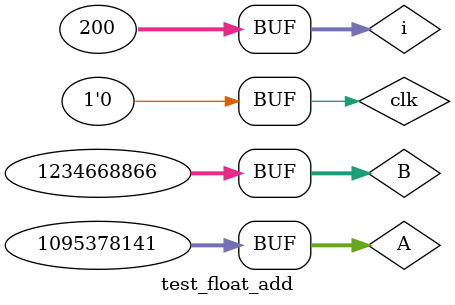
<source format=v>
`timescale 1ns / 1ps


module test_float_add;

	// Inputs
	reg clk;
	reg [31:0] A;
	reg [31:0] B;

	// Outputs
	wire [31:0] S;
	wire o;
	wire [31:0] ch;
	wire [31:0] cl;
	wire [31:0] ans1;
	wire [31:0] ans2;
	// Instantiate the Unit Under Test (UUT)
	float_add uut (
		.clk(clk), 
		.A(A), 
		.B(B), 
		.S(S),
		.overflow(o)/*,
		.count_high(ch),
		.count_low(cl),
		.ans1(ans1),
		.ans2(ans2)*/
	);
	integer i;
	
	initial begin
		// Initialize Inputs
		clk = 0;
		A = 32'h414a24dd;
		B = 32'h49978d42;

		// Wait 100 ns for global reset to finish
		#100;
		// Add stimulus here
		for(i=0;i<200;i=i+1)
		begin
			clk=~clk;
			#100;
		end
	end
    
endmodule


</source>
